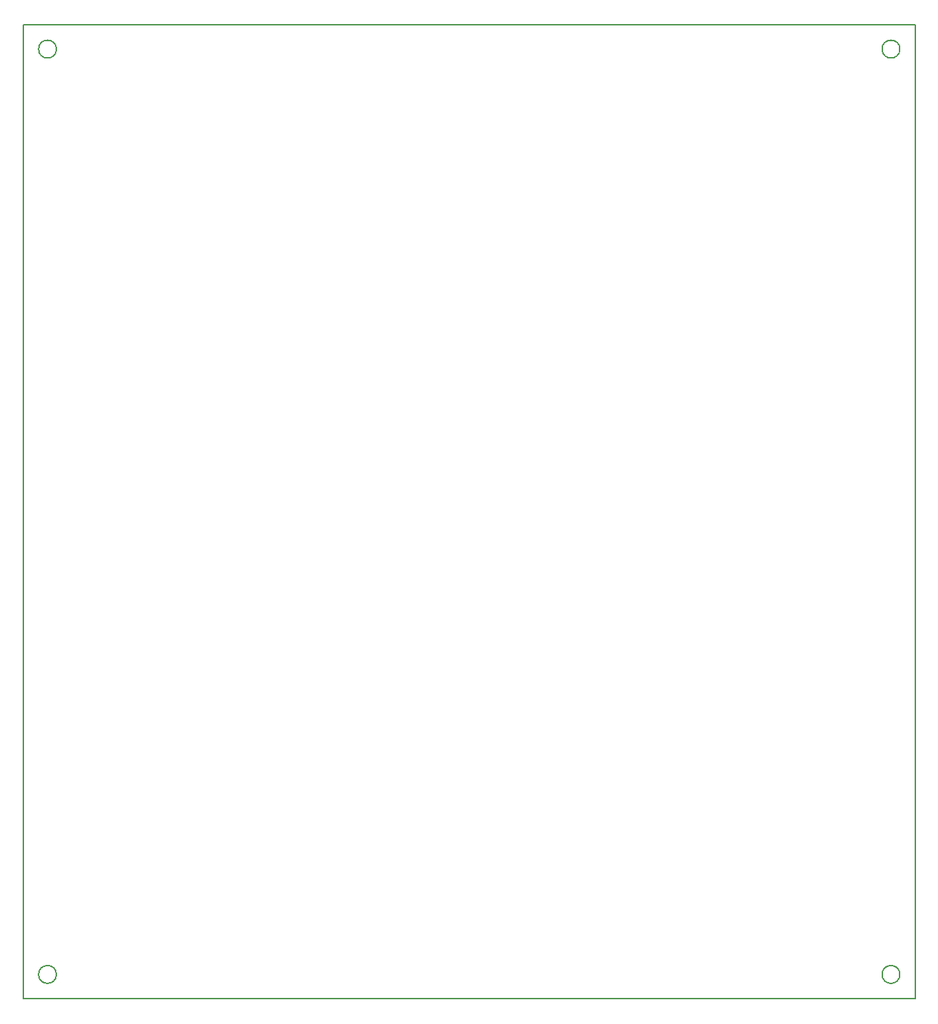
<source format=gm1>
%TF.GenerationSoftware,KiCad,Pcbnew,(6.0.11)*%
%TF.CreationDate,2023-08-10T00:19:00+09:00*%
%TF.ProjectId,main,6d61696e-2e6b-4696-9361-645f70636258,rev?*%
%TF.SameCoordinates,Original*%
%TF.FileFunction,Profile,NP*%
%FSLAX46Y46*%
G04 Gerber Fmt 4.6, Leading zero omitted, Abs format (unit mm)*
G04 Created by KiCad (PCBNEW (6.0.11)) date 2023-08-10 00:19:00*
%MOMM*%
%LPD*%
G01*
G04 APERTURE LIST*
%TA.AperFunction,Profile*%
%ADD10C,0.200000*%
%TD*%
G04 APERTURE END LIST*
D10*
X61850000Y-46840000D02*
G75*
G03*
X61850000Y-46840000I-1100000J0D01*
G01*
X57750000Y-43840000D02*
X167750000Y-43840000D01*
X167750000Y-163840000D02*
X57750000Y-163840000D01*
X57750000Y-163840000D02*
X57750000Y-43840000D01*
X165850000Y-46840000D02*
G75*
G03*
X165850000Y-46840000I-1100000J0D01*
G01*
X165850000Y-160840000D02*
G75*
G03*
X165850000Y-160840000I-1100000J0D01*
G01*
X167750000Y-43840000D02*
X167750000Y-163840000D01*
X61850000Y-160840000D02*
G75*
G03*
X61850000Y-160840000I-1100000J0D01*
G01*
M02*

</source>
